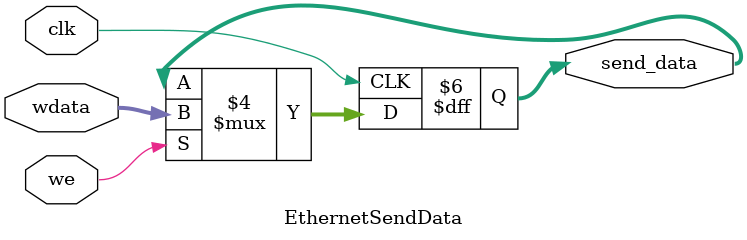
<source format=v>
module EthernetSendData(
	input clk,
	input [31:0]wdata,
	input we,
	output reg [31:0]send_data = 32'b0
);
	always @(negedge clk) begin
		if(we) begin
			send_data <= wdata;
		end else begin
			send_data <= send_data;
		end
	end
endmodule
</source>
